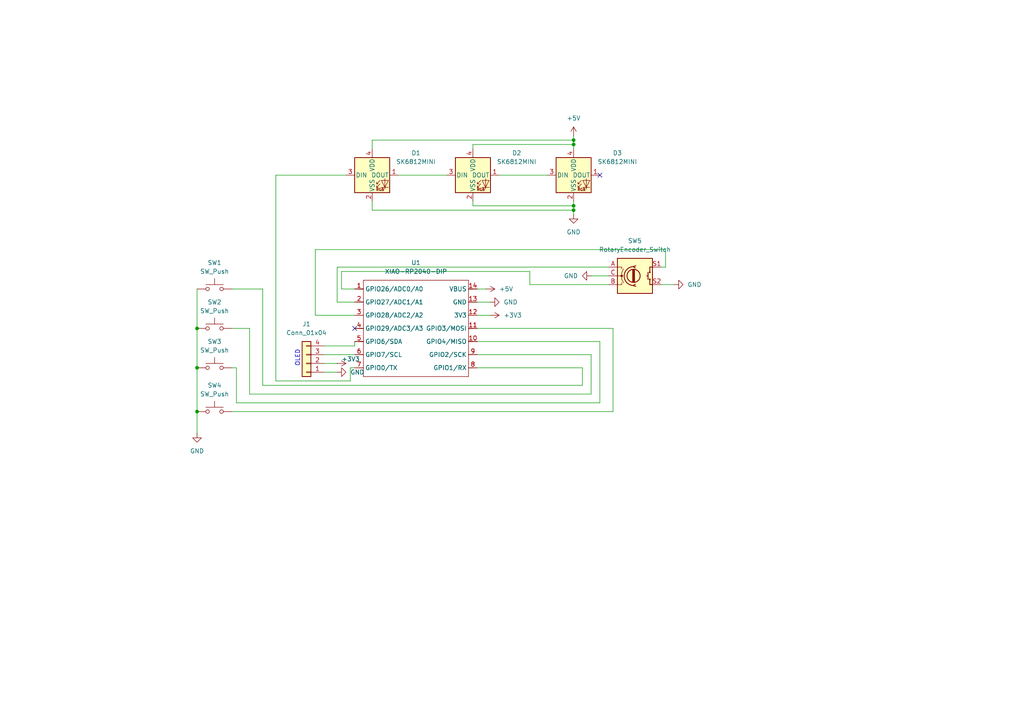
<source format=kicad_sch>
(kicad_sch (version 20250114) (generator "eeschema") (generator_version "9.0")
  (paper "A4")
  (lib_symbols
    (symbol "Connector_Generic:Conn_01x04" (pin_names (offset 1.016) (hide yes))
      (property "Reference" "J" (at 0 5.08 0))
      (property "Value" "Conn_01x04" (at 0 -7.62 0))
      (symbol "Conn_01x04_1_1"
        (rectangle (start -1.27 3.81) (end 1.27 -6.35) (stroke (width 0.254)) (fill (type background)))
        (rectangle (start -1.27 2.667) (end 0 2.413) (stroke (width 0.1524)))
        (rectangle (start -1.27 0.127) (end 0 -0.127) (stroke (width 0.1524)))
        (rectangle (start -1.27 -2.413) (end 0 -2.667) (stroke (width 0.1524)))
        (rectangle (start -1.27 -4.953) (end 0 -5.207) (stroke (width 0.1524)))
        (pin passive line (at -5.08 2.54 0) (length 3.81) (name "Pin_1") (number "1"))
        (pin passive line (at -5.08 0 0) (length 3.81) (name "Pin_2") (number "2"))
        (pin passive line (at -5.08 -2.54 0) (length 3.81) (name "Pin_3") (number "3"))
        (pin passive line (at -5.08 -5.08 0) (length 3.81) (name "Pin_4") (number "4"))
      )
    )
    (symbol "Device:RotaryEncoder_Switch" (pin_names (offset 0.254) (hide yes))
      (property "Reference" "SW" (at 0 6.604 0))
      (property "Value" "RotaryEncoder_Switch" (at 0 -6.604 0))
      (symbol "RotaryEncoder_Switch_0_1"
        (rectangle (start -5.08 5.08) (end 5.08 -5.08) (stroke (width 0.254)) (fill (type background)))
        (polyline (pts (xy -5.08 2.54) (xy -3.81 2.54) (xy -3.81 2.032)))
        (polyline (pts (xy -5.08 0) (xy -3.81 0) (xy -3.81 -1.016) (xy -3.302 -2.032)))
        (polyline (pts (xy -5.08 -2.54) (xy -3.81 -2.54) (xy -3.81 -2.032)))
        (polyline (pts (xy -4.318 0) (xy -3.81 0) (xy -3.81 1.016) (xy -3.302 2.032)))
        (circle (center -3.81 0) (radius 0.254) (fill (type outline)))
        (polyline (pts (xy -0.635 -1.778) (xy -0.635 1.778)) (stroke (width 0.254)))
        (circle (center -0.381 0) (radius 1.905) (stroke (width 0.254)))
        (polyline (pts (xy -0.381 -1.778) (xy -0.381 1.778)) (stroke (width 0.254)))
        (arc (start -0.381 -2.794) (mid -3.0988 -0.0635) (end -0.381 2.667) (stroke (width 0.254)))
        (polyline (pts (xy -0.127 1.778) (xy -0.127 -1.778)) (stroke (width 0.254)))
        (polyline (pts (xy 0.254 2.921) (xy -0.508 2.667) (xy 0.127 2.286)) (stroke (width 0.254)))
        (polyline (pts (xy 0.254 -3.048) (xy -0.508 -2.794) (xy 0.127 -2.413)) (stroke (width 0.254)))
        (polyline (pts (xy 3.81 1.016) (xy 3.81 -1.016)) (stroke (width 0.254)))
        (polyline (pts (xy 3.81 0) (xy 3.429 0)) (stroke (width 0.254)))
        (circle (center 4.318 1.016) (radius 0.127) (stroke (width 0.254)))
        (circle (center 4.318 -1.016) (radius 0.127) (stroke (width 0.254)))
        (polyline (pts (xy 5.08 2.54) (xy 4.318 2.54) (xy 4.318 1.016)) (stroke (width 0.254)))
        (polyline (pts (xy 5.08 -2.54) (xy 4.318 -2.54) (xy 4.318 -1.016)) (stroke (width 0.254)))
      )
      (symbol "RotaryEncoder_Switch_1_1"
        (pin passive line (at -7.62 2.54 0) (length 2.54) (name "A") (number "A"))
        (pin passive line (at -7.62 0 0) (length 2.54) (name "C") (number "C"))
        (pin passive line (at -7.62 -2.54 0) (length 2.54) (name "B") (number "B"))
        (pin passive line (at 7.62 2.54 180) (length 2.54) (name "S1") (number "S1"))
        (pin passive line (at 7.62 -2.54 180) (length 2.54) (name "S2") (number "S2"))
      )
    )
    (symbol "LED:SK6812MINI" (pin_names (offset 0.254))
      (property "Reference" "D" (at 5.08 5.715 0))
      (property "Value" "SK6812MINI" (at 1.27 -5.715 0))
      (symbol "SK6812MINI_0_0"
        (text "RGB" (at 2.286 -4.191 0) (effects (font (size 0.762 0.762))))
      )
      (symbol "SK6812MINI_0_1"
        (polyline (pts (xy 1.27 -2.54) (xy 1.778 -2.54)))
        (polyline (pts (xy 1.27 -3.556) (xy 1.778 -3.556)))
        (polyline (pts (xy 2.286 -1.524) (xy 1.27 -2.54) (xy 1.27 -2.032)))
        (polyline (pts (xy 2.286 -2.54) (xy 1.27 -3.556) (xy 1.27 -3.048)))
        (polyline (pts (xy 3.683 -1.016) (xy 3.683 -3.556) (xy 3.683 -4.064)))
        (polyline (pts (xy 4.699 -1.524) (xy 2.667 -1.524) (xy 3.683 -3.556) (xy 4.699 -1.524)))
        (polyline (pts (xy 4.699 -3.556) (xy 2.667 -3.556)))
        (rectangle (start 5.08 5.08) (end -5.08 -5.08) (stroke (width 0.254)) (fill (type background)))
      )
      (symbol "SK6812MINI_1_1"
        (pin input line (at -7.62 0 0) (length 2.54) (name "DIN") (number "3"))
        (pin power_in line (at 0 7.62 270) (length 2.54) (name "VDD") (number "4"))
        (pin power_in line (at 0 -7.62 90) (length 2.54) (name "VSS") (number "2"))
        (pin output line (at 7.62 0 180) (length 2.54) (name "DOUT") (number "1"))
      )
    )
    (symbol "OPL:XIAO-RP2040-DIP"
      (property "Reference" "U" (at 0 0 0))
      (property "Value" "XIAO-RP2040-DIP" (at 5.334 -1.778 0))
      (symbol "XIAO-RP2040-DIP_1_0"
        (polyline (pts (xy -1.27 -2.54) (xy 29.21 -2.54)) (stroke (width 0.1524)))
        (polyline (pts (xy -1.27 -5.08) (xy -2.54 -5.08)) (stroke (width 0.1524)))
        (polyline (pts (xy -1.27 -5.08) (xy -1.27 -2.54)) (stroke (width 0.1524)))
        (polyline (pts (xy -1.27 -8.89) (xy -2.54 -8.89)) (stroke (width 0.1524)))
        (polyline (pts (xy -1.27 -8.89) (xy -1.27 -5.08)) (stroke (width 0.1524)))
        (polyline (pts (xy -1.27 -12.7) (xy -2.54 -12.7)) (stroke (width 0.1524)))
        (polyline (pts (xy -1.27 -12.7) (xy -1.27 -8.89)) (stroke (width 0.1524)))
        (polyline (pts (xy -1.27 -16.51) (xy -2.54 -16.51)) (stroke (width 0.1524)))
        (polyline (pts (xy -1.27 -16.51) (xy -1.27 -12.7)) (stroke (width 0.1524)))
        (polyline (pts (xy -1.27 -20.32) (xy -2.54 -20.32)) (stroke (width 0.1524)))
        (polyline (pts (xy -1.27 -24.13) (xy -2.54 -24.13)) (stroke (width 0.1524)))
        (polyline (pts (xy -1.27 -27.94) (xy -2.54 -27.94)) (stroke (width 0.1524)))
        (polyline (pts (xy -1.27 -30.48) (xy -1.27 -16.51)) (stroke (width 0.1524)))
        (polyline (pts (xy 29.21 -2.54) (xy 29.21 -5.08)) (stroke (width 0.1524)))
        (polyline (pts (xy 29.21 -5.08) (xy 29.21 -8.89)) (stroke (width 0.1524)))
        (polyline (pts (xy 29.21 -8.89) (xy 29.21 -12.7)) (stroke (width 0.1524)))
        (polyline (pts (xy 29.21 -12.7) (xy 29.21 -30.48)) (stroke (width 0.1524)))
        (polyline (pts (xy 29.21 -30.48) (xy -1.27 -30.48)) (stroke (width 0.1524)))
        (polyline (pts (xy 30.48 -5.08) (xy 29.21 -5.08)) (stroke (width 0.1524)))
        (polyline (pts (xy 30.48 -8.89) (xy 29.21 -8.89)) (stroke (width 0.1524)))
        (polyline (pts (xy 30.48 -12.7) (xy 29.21 -12.7)) (stroke (width 0.1524)))
        (polyline (pts (xy 30.48 -16.51) (xy 29.21 -16.51)) (stroke (width 0.1524)))
        (polyline (pts (xy 30.48 -20.32) (xy 29.21 -20.32)) (stroke (width 0.1524)))
        (polyline (pts (xy 30.48 -24.13) (xy 29.21 -24.13)) (stroke (width 0.1524)))
        (polyline (pts (xy 30.48 -27.94) (xy 29.21 -27.94)) (stroke (width 0.1524)))
        (pin passive line (at -3.81 -5.08 0) (length 2.54) (name "GPIO26/ADC0/A0") (number "1"))
        (pin passive line (at -3.81 -8.89 0) (length 2.54) (name "GPIO27/ADC1/A1") (number "2"))
        (pin passive line (at -3.81 -12.7 0) (length 2.54) (name "GPIO28/ADC2/A2") (number "3"))
        (pin passive line (at -3.81 -16.51 0) (length 2.54) (name "GPIO29/ADC3/A3") (number "4"))
        (pin passive line (at -3.81 -20.32 0) (length 2.54) (name "GPIO6/SDA") (number "5"))
        (pin passive line (at -3.81 -24.13 0) (length 2.54) (name "GPIO7/SCL") (number "6"))
        (pin passive line (at -3.81 -27.94 0) (length 2.54) (name "GPIO0/TX") (number "7"))
        (pin passive line (at 31.75 -5.08 180) (length 2.54) (name "VBUS") (number "14"))
        (pin passive line (at 31.75 -8.89 180) (length 2.54) (name "GND") (number "13"))
        (pin passive line (at 31.75 -12.7 180) (length 2.54) (name "3V3") (number "12"))
        (pin passive line (at 31.75 -16.51 180) (length 2.54) (name "GPIO3/MOSI") (number "11"))
        (pin passive line (at 31.75 -20.32 180) (length 2.54) (name "GPIO4/MISO") (number "10"))
        (pin passive line (at 31.75 -24.13 180) (length 2.54) (name "GPIO2/SCK") (number "9"))
        (pin passive line (at 31.75 -27.94 180) (length 2.54) (name "GPIO1/RX") (number "8"))
      )
    )
    (symbol "Switch:SW_Push" (pin_numbers (hide yes)) (pin_names (offset 1.016) (hide yes))
      (property "Reference" "SW" (at 1.27 2.54 0))
      (property "Value" "SW_Push" (at 0 -1.524 0))
      (symbol "SW_Push_0_1"
        (circle (center -2.032 0) (radius 0.508))
        (polyline (pts (xy 0 1.27) (xy 0 3.048)))
        (circle (center 2.032 0) (radius 0.508))
        (polyline (pts (xy 2.54 1.27) (xy -2.54 1.27)))
        (pin passive line (at -5.08 0 0) (length 2.54) (name "1") (number "1"))
        (pin passive line (at 5.08 0 180) (length 2.54) (name "2") (number "2"))
      )
    )
    (symbol "power:+3V3" (power) (pin_numbers (hide yes)) (pin_names (offset 0) (hide yes))
      (property "Value" "+3V3" (at 0 3.556 0))
      (symbol "+3V3_0_1"
        (polyline (pts (xy -0.762 1.27) (xy 0 2.54)))
        (polyline (pts (xy 0 2.54) (xy 0.762 1.27)))
        (polyline (pts (xy 0 0) (xy 0 2.54)))
      )
      (symbol "+3V3_1_1"
        (pin power_in line (at 0 0 90) (length 0) (name "~") (number "1"))
      )
    )
    (symbol "power:+5V" (power) (pin_numbers (hide yes)) (pin_names (offset 0) (hide yes))
      (property "Value" "+5V" (at 0 3.556 0))
      (symbol "+5V_0_1"
        (polyline (pts (xy -0.762 1.27) (xy 0 2.54)))
        (polyline (pts (xy 0 2.54) (xy 0.762 1.27)))
        (polyline (pts (xy 0 0) (xy 0 2.54)))
      )
      (symbol "+5V_1_1"
        (pin power_in line (at 0 0 90) (length 0) (name "~") (number "1"))
      )
    )
    (symbol "power:GND" (power) (pin_numbers (hide yes)) (pin_names (offset 0) (hide yes))
      (property "Value" "GND" (at 0 -3.81 0))
      (symbol "GND_0_1"
        (polyline (pts (xy 0 0) (xy 0 -1.27) (xy 1.27 -1.27) (xy 0 -2.54) (xy -1.27 -1.27) (xy 0 -1.27)))
      )
      (symbol "GND_1_1"
        (pin power_in line (at 0 0 270) (length 0) (name "~") (number "1"))
      )
    )
  )
  (text "OLED\n" (at 86.36 103.886 90) (effects (font (size 1.27 1.27))))
  (junction (at 166.37 40.64))
  (junction (at 57.15 106.68))
  (junction (at 57.15 119.38))
  (junction (at 166.37 59.69))
  (junction (at 57.15 95.25))
  (junction (at 166.37 60.96))
  (junction (at 166.37 41.91))
  (no_connect (at 102.87 95.25))
  (no_connect (at 173.99 50.8))
  (wire (pts (xy 57.15 106.68) (xy 57.15 119.38)))
  (wire (pts (xy 68.58 106.68) (xy 67.31 106.68)))
  (wire (pts (xy 193.04 72.39) (xy 91.44 72.39)))
  (wire (pts (xy 177.8 95.25) (xy 177.8 119.38)))
  (wire (pts (xy 191.77 82.55) (xy 195.58 82.55)))
  (wire (pts (xy 137.16 59.69) (xy 166.37 59.69)))
  (wire (pts (xy 80.01 110.49) (xy 80.01 50.8)))
  (wire (pts (xy 138.43 95.25) (xy 177.8 95.25)))
  (wire (pts (xy 137.16 41.91) (xy 166.37 41.91)))
  (wire (pts (xy 101.6 106.68) (xy 101.6 110.49)))
  (wire (pts (xy 177.8 119.38) (xy 67.31 119.38)))
  (wire (pts (xy 137.16 43.18) (xy 137.16 41.91)))
  (wire (pts (xy 166.37 39.37) (xy 166.37 40.64)))
  (wire (pts (xy 76.2 83.82) (xy 67.31 83.82)))
  (wire (pts (xy 72.39 114.3) (xy 72.39 95.25)))
  (wire (pts (xy 138.43 102.87) (xy 171.45 102.87)))
  (wire (pts (xy 107.95 58.42) (xy 107.95 60.96)))
  (wire (pts (xy 137.16 58.42) (xy 137.16 59.69)))
  (wire (pts (xy 191.77 77.47) (xy 193.04 77.47)))
  (wire (pts (xy 138.43 99.06) (xy 173.99 99.06)))
  (wire (pts (xy 107.95 40.64) (xy 166.37 40.64)))
  (wire (pts (xy 176.53 82.55) (xy 153.67 82.55)))
  (wire (pts (xy 138.43 106.68) (xy 168.91 106.68)))
  (wire (pts (xy 57.15 83.82) (xy 57.15 95.25)))
  (wire (pts (xy 80.01 50.8) (xy 100.33 50.8)))
  (wire (pts (xy 72.39 95.25) (xy 67.31 95.25)))
  (wire (pts (xy 107.95 60.96) (xy 166.37 60.96)))
  (wire (pts (xy 193.04 77.47) (xy 193.04 72.39)))
  (wire (pts (xy 97.79 87.63) (xy 102.87 87.63)))
  (wire (pts (xy 93.98 100.33) (xy 102.87 100.33)))
  (wire (pts (xy 153.67 82.55) (xy 153.67 78.74)))
  (wire (pts (xy 93.98 105.41) (xy 97.79 105.41)))
  (wire (pts (xy 166.37 40.64) (xy 166.37 41.91)))
  (wire (pts (xy 138.43 87.63) (xy 142.24 87.63)))
  (wire (pts (xy 91.44 91.44) (xy 102.87 91.44)))
  (wire (pts (xy 68.58 116.84) (xy 68.58 106.68)))
  (wire (pts (xy 173.99 99.06) (xy 173.99 116.84)))
  (wire (pts (xy 102.87 106.68) (xy 101.6 106.68)))
  (wire (pts (xy 166.37 59.69) (xy 166.37 60.96)))
  (wire (pts (xy 102.87 100.33) (xy 102.87 99.06)))
  (wire (pts (xy 101.6 110.49) (xy 80.01 110.49)))
  (wire (pts (xy 166.37 41.91) (xy 166.37 43.18)))
  (wire (pts (xy 153.67 78.74) (xy 99.06 78.74)))
  (wire (pts (xy 171.45 80.01) (xy 176.53 80.01)))
  (wire (pts (xy 107.95 43.18) (xy 107.95 40.64)))
  (wire (pts (xy 93.98 107.95) (xy 97.79 107.95)))
  (wire (pts (xy 91.44 72.39) (xy 91.44 91.44)))
  (wire (pts (xy 93.98 102.87) (xy 102.87 102.87)))
  (wire (pts (xy 173.99 116.84) (xy 68.58 116.84)))
  (wire (pts (xy 97.79 77.47) (xy 97.79 87.63)))
  (wire (pts (xy 138.43 91.44) (xy 142.24 91.44)))
  (wire (pts (xy 144.78 50.8) (xy 158.75 50.8)))
  (wire (pts (xy 171.45 114.3) (xy 72.39 114.3)))
  (wire (pts (xy 57.15 119.38) (xy 57.15 125.73)))
  (wire (pts (xy 99.06 83.82) (xy 102.87 83.82)))
  (wire (pts (xy 76.2 111.76) (xy 76.2 83.82)))
  (wire (pts (xy 99.06 78.74) (xy 99.06 83.82)))
  (wire (pts (xy 168.91 106.68) (xy 168.91 111.76)))
  (wire (pts (xy 168.91 111.76) (xy 76.2 111.76)))
  (wire (pts (xy 171.45 102.87) (xy 171.45 114.3)))
  (wire (pts (xy 115.57 50.8) (xy 129.54 50.8)))
  (wire (pts (xy 138.43 83.82) (xy 140.97 83.82)))
  (wire (pts (xy 166.37 58.42) (xy 166.37 59.69)))
  (wire (pts (xy 176.53 77.47) (xy 97.79 77.47)))
  (wire (pts (xy 166.37 60.96) (xy 166.37 62.23)))
  (wire (pts (xy 57.15 95.25) (xy 57.15 106.68)))
  (symbol (lib_id "Device:RotaryEncoder_Switch") (at 184.15 80.01 0) (unit 1)
    (property "Reference" "SW5" (at 184.15 69.85 0))
    (property "Value" "RotaryEncoder_Switch" (at 184.15 72.39 0))
    (property "Footprint" "Ec11:RotaryEncoder_Alps_EC11E-Switch_Vertical_H20mm" (effects (hide yes)))
    (property "Description" "Rotary encoder, dual channel, incremental quadrate outputs, with switch" (effects (hide yes)))
  )
  (symbol (lib_id "power:+3V3") (at 142.24 91.44 270) (unit 1)
    (property "Reference" "#PWR06" (effects (hide yes)))
    (property "Value" "+3V3" (at 146.05 91.4399 90) (effects (justify left)))
    (property "Description" "Power symbol creates a global label with name \"+3V3\"" (effects (hide yes)))
  )
  (symbol (lib_id "power:GND") (at 195.58 82.55 90) (unit 1)
    (property "Reference" "#PWR09" (effects (hide yes)))
    (property "Value" "GND" (at 199.39 82.5499 90) (effects (justify right)))
    (property "Description" "Power symbol creates a global label with name \"GND\" , ground" (effects (hide yes)))
  )
  (symbol (lib_id "power:GND") (at 166.37 62.23 0) (unit 1)
    (property "Reference" "#PWR01" (effects (hide yes)))
    (property "Value" "GND" (at 166.37 67.31 0))
    (property "Description" "Power symbol creates a global label with name \"GND\" , ground" (effects (hide yes)))
  )
  (symbol (lib_id "power:GND") (at 97.79 107.95 90) (unit 1)
    (property "Reference" "#PWR08" (effects (hide yes)))
    (property "Value" "GND" (at 101.6 107.9499 90) (effects (justify right)))
    (property "Description" "Power symbol creates a global label with name \"GND\" , ground" (effects (hide yes)))
  )
  (symbol (lib_id "Switch:SW_Push") (at 62.23 119.38 0) (unit 1)
    (property "Reference" "SW4" (at 62.23 111.76 0))
    (property "Value" "SW_Push" (at 62.23 114.3 0))
    (property "Footprint" "Button_Switch_Keyboard:SW_Cherry_MX_1.00u_PCB" (effects (hide yes)))
    (property "Description" "Push button switch, generic, two pins" (effects (hide yes)))
  )
  (symbol (lib_id "Connector_Generic:Conn_01x04") (at 88.9 105.41 180) (unit 1)
    (property "Reference" "J1" (at 88.9 93.98 0))
    (property "Value" "Conn_01x04" (at 88.9 96.52 0))
    (property "Footprint" "HPLibs:SSD1306-0.91-OLED-4pin-128x32" (effects (hide yes)))
    (property "Description" "Generic connector, single row, 01x04, script generated (kicad-library-utils/schlib/autogen/connector/)" (effects (hide yes)))
  )
  (symbol (lib_id "LED:SK6812MINI") (at 137.16 50.8 0) (unit 1)
    (property "Reference" "D2" (at 149.86 44.3798 0))
    (property "Value" "SK6812MINI" (at 149.86 46.9198 0))
    (property "Footprint" "LED_SMD:LED_SK6812MINI_PLCC4_3.5x3.5mm_P1.75mm" (effects (hide yes)))
    (property "Datasheet" "https://cdn-shop.adafruit.com/product-files/2686/SK6812MINI_REV.01-1-2.pdf" (effects (hide yes)))
    (property "Description" "RGB LED with integrated controller" (effects (hide yes)))
  )
  (symbol (lib_id "power:+5V") (at 140.97 83.82 270) (unit 1)
    (property "Reference" "#PWR05" (effects (hide yes)))
    (property "Value" "+5V" (at 144.78 83.8199 90) (effects (justify left)))
    (property "Description" "Power symbol creates a global label with name \"+5V\"" (effects (hide yes)))
  )
  (symbol (lib_id "power:GND") (at 171.45 80.01 270) (unit 1)
    (property "Reference" "#PWR010" (effects (hide yes)))
    (property "Value" "GND" (at 167.64 80.0099 90) (effects (justify right)))
    (property "Description" "Power symbol creates a global label with name \"GND\" , ground" (effects (hide yes)))
  )
  (symbol (lib_id "power:+5V") (at 166.37 39.37 0) (unit 1)
    (property "Reference" "#PWR03" (effects (hide yes)))
    (property "Value" "+5V" (at 166.37 34.29 0))
    (property "Description" "Power symbol creates a global label with name \"+5V\"" (effects (hide yes)))
  )
  (symbol (lib_id "LED:SK6812MINI") (at 166.37 50.8 0) (unit 1)
    (property "Reference" "D3" (at 179.07 44.3798 0))
    (property "Value" "SK6812MINI" (at 179.07 46.9198 0))
    (property "Footprint" "LED_SMD:LED_SK6812MINI_PLCC4_3.5x3.5mm_P1.75mm" (effects (hide yes)))
    (property "Datasheet" "https://cdn-shop.adafruit.com/product-files/2686/SK6812MINI_REV.01-1-2.pdf" (effects (hide yes)))
    (property "Description" "RGB LED with integrated controller" (effects (hide yes)))
  )
  (symbol (lib_id "Switch:SW_Push") (at 62.23 95.25 0) (unit 1)
    (property "Reference" "SW2" (at 62.23 87.63 0))
    (property "Value" "SW_Push" (at 62.23 90.17 0))
    (property "Footprint" "Button_Switch_Keyboard:SW_Cherry_MX_1.00u_PCB" (effects (hide yes)))
    (property "Description" "Push button switch, generic, two pins" (effects (hide yes)))
  )
  (symbol (lib_id "power:+3V3") (at 97.79 105.41 270) (unit 1)
    (property "Reference" "#PWR07" (effects (hide yes)))
    (property "Value" "+3V3" (at 99.06 104.14 90) (effects (justify left)))
    (property "Description" "Power symbol creates a global label with name \"+3V3\"" (effects (hide yes)))
  )
  (symbol (lib_id "Switch:SW_Push") (at 62.23 106.68 0) (unit 1)
    (property "Reference" "SW3" (at 62.23 99.06 0))
    (property "Value" "SW_Push" (at 62.23 101.6 0))
    (property "Footprint" "Button_Switch_Keyboard:SW_Cherry_MX_1.00u_PCB" (effects (hide yes)))
    (property "Description" "Push button switch, generic, two pins" (effects (hide yes)))
  )
  (symbol (lib_id "Switch:SW_Push") (at 62.23 83.82 0) (unit 1)
    (property "Reference" "SW1" (at 62.23 76.2 0))
    (property "Value" "SW_Push" (at 62.23 78.74 0))
    (property "Footprint" "Button_Switch_Keyboard:SW_Cherry_MX_1.00u_PCB" (effects (hide yes)))
    (property "Description" "Push button switch, generic, two pins" (effects (hide yes)))
  )
  (symbol (lib_id "power:GND") (at 57.15 125.73 0) (unit 1)
    (property "Reference" "#PWR04" (effects (hide yes)))
    (property "Value" "GND" (at 57.15 130.81 0))
    (property "Description" "Power symbol creates a global label with name \"GND\" , ground" (effects (hide yes)))
  )
  (symbol (lib_id "OPL:XIAO-RP2040-DIP") (at 106.68 78.74 0) (unit 1)
    (property "Reference" "U1" (at 120.65 76.2 0))
    (property "Value" "XIAO-RP2040-DIP" (at 120.65 78.74 0))
    (property "Footprint" "OPL:XIAO-RP2040-DIP" (effects (hide yes)))
  )
  (symbol (lib_id "power:GND") (at 142.24 87.63 90) (unit 1)
    (property "Reference" "#PWR02" (effects (hide yes)))
    (property "Value" "GND" (at 146.05 87.6299 90) (effects (justify right)))
    (property "Description" "Power symbol creates a global label with name \"GND\" , ground" (effects (hide yes)))
  )
  (symbol (lib_id "LED:SK6812MINI") (at 107.95 50.8 0) (unit 1)
    (property "Reference" "D1" (at 120.65 44.3798 0))
    (property "Value" "SK6812MINI" (at 120.65 46.9198 0))
    (property "Footprint" "LED_SMD:LED_SK6812MINI_PLCC4_3.5x3.5mm_P1.75mm" (effects (hide yes)))
    (property "Datasheet" "https://cdn-shop.adafruit.com/product-files/2686/SK6812MINI_REV.01-1-2.pdf" (effects (hide yes)))
    (property "Description" "RGB LED with integrated controller" (effects (hide yes)))
  )
)
</source>
